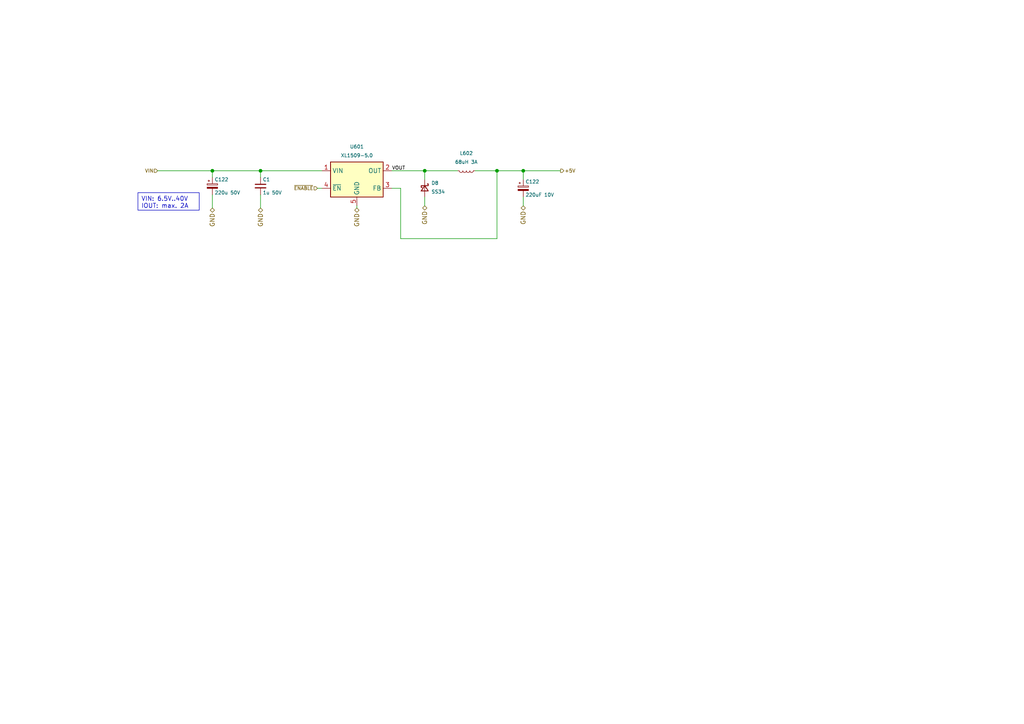
<source format=kicad_sch>
(kicad_sch (version 20230121) (generator eeschema)

  (uuid a799d373-c53b-4c9f-9e5f-6fe0971295ac)

  (paper "A4")

  (lib_symbols
    (symbol "Device:C_Polarized_Small" (pin_numbers hide) (pin_names (offset 0.254) hide) (in_bom yes) (on_board yes)
      (property "Reference" "C" (at 0.254 1.778 0)
        (effects (font (size 1.27 1.27)) (justify left))
      )
      (property "Value" "C_Polarized_Small" (at 0.254 -2.032 0)
        (effects (font (size 1.27 1.27)) (justify left))
      )
      (property "Footprint" "" (at 0 0 0)
        (effects (font (size 1.27 1.27)) hide)
      )
      (property "Datasheet" "~" (at 0 0 0)
        (effects (font (size 1.27 1.27)) hide)
      )
      (property "ki_keywords" "cap capacitor" (at 0 0 0)
        (effects (font (size 1.27 1.27)) hide)
      )
      (property "ki_description" "Polarized capacitor, small symbol" (at 0 0 0)
        (effects (font (size 1.27 1.27)) hide)
      )
      (property "ki_fp_filters" "CP_*" (at 0 0 0)
        (effects (font (size 1.27 1.27)) hide)
      )
      (symbol "C_Polarized_Small_0_1"
        (rectangle (start -1.524 -0.3048) (end 1.524 -0.6858)
          (stroke (width 0) (type default))
          (fill (type outline))
        )
        (rectangle (start -1.524 0.6858) (end 1.524 0.3048)
          (stroke (width 0) (type default))
          (fill (type none))
        )
        (polyline
          (pts
            (xy -1.27 1.524)
            (xy -0.762 1.524)
          )
          (stroke (width 0) (type default))
          (fill (type none))
        )
        (polyline
          (pts
            (xy -1.016 1.27)
            (xy -1.016 1.778)
          )
          (stroke (width 0) (type default))
          (fill (type none))
        )
      )
      (symbol "C_Polarized_Small_1_1"
        (pin passive line (at 0 2.54 270) (length 1.8542)
          (name "~" (effects (font (size 1.27 1.27))))
          (number "1" (effects (font (size 1.27 1.27))))
        )
        (pin passive line (at 0 -2.54 90) (length 1.8542)
          (name "~" (effects (font (size 1.27 1.27))))
          (number "2" (effects (font (size 1.27 1.27))))
        )
      )
    )
    (symbol "Device:C_Small" (pin_numbers hide) (pin_names (offset 0.254) hide) (in_bom yes) (on_board yes)
      (property "Reference" "C" (at 0.254 1.778 0)
        (effects (font (size 1.27 1.27)) (justify left))
      )
      (property "Value" "C_Small" (at 0.254 -2.032 0)
        (effects (font (size 1.27 1.27)) (justify left))
      )
      (property "Footprint" "" (at 0 0 0)
        (effects (font (size 1.27 1.27)) hide)
      )
      (property "Datasheet" "~" (at 0 0 0)
        (effects (font (size 1.27 1.27)) hide)
      )
      (property "ki_keywords" "capacitor cap" (at 0 0 0)
        (effects (font (size 1.27 1.27)) hide)
      )
      (property "ki_description" "Unpolarized capacitor, small symbol" (at 0 0 0)
        (effects (font (size 1.27 1.27)) hide)
      )
      (property "ki_fp_filters" "C_*" (at 0 0 0)
        (effects (font (size 1.27 1.27)) hide)
      )
      (symbol "C_Small_0_1"
        (polyline
          (pts
            (xy -1.524 -0.508)
            (xy 1.524 -0.508)
          )
          (stroke (width 0.3302) (type default))
          (fill (type none))
        )
        (polyline
          (pts
            (xy -1.524 0.508)
            (xy 1.524 0.508)
          )
          (stroke (width 0.3048) (type default))
          (fill (type none))
        )
      )
      (symbol "C_Small_1_1"
        (pin passive line (at 0 2.54 270) (length 2.032)
          (name "~" (effects (font (size 1.27 1.27))))
          (number "1" (effects (font (size 1.27 1.27))))
        )
        (pin passive line (at 0 -2.54 90) (length 2.032)
          (name "~" (effects (font (size 1.27 1.27))))
          (number "2" (effects (font (size 1.27 1.27))))
        )
      )
    )
    (symbol "Device:D_Schottky_Small" (pin_numbers hide) (pin_names (offset 0.254) hide) (in_bom yes) (on_board yes)
      (property "Reference" "D" (at -1.27 2.032 0)
        (effects (font (size 1.27 1.27)) (justify left))
      )
      (property "Value" "D_Schottky_Small" (at -7.112 -2.032 0)
        (effects (font (size 1.27 1.27)) (justify left))
      )
      (property "Footprint" "" (at 0 0 90)
        (effects (font (size 1.27 1.27)) hide)
      )
      (property "Datasheet" "~" (at 0 0 90)
        (effects (font (size 1.27 1.27)) hide)
      )
      (property "ki_keywords" "diode Schottky" (at 0 0 0)
        (effects (font (size 1.27 1.27)) hide)
      )
      (property "ki_description" "Schottky diode, small symbol" (at 0 0 0)
        (effects (font (size 1.27 1.27)) hide)
      )
      (property "ki_fp_filters" "TO-???* *_Diode_* *SingleDiode* D_*" (at 0 0 0)
        (effects (font (size 1.27 1.27)) hide)
      )
      (symbol "D_Schottky_Small_0_1"
        (polyline
          (pts
            (xy -0.762 0)
            (xy 0.762 0)
          )
          (stroke (width 0) (type default))
          (fill (type none))
        )
        (polyline
          (pts
            (xy 0.762 -1.016)
            (xy -0.762 0)
            (xy 0.762 1.016)
            (xy 0.762 -1.016)
          )
          (stroke (width 0.254) (type default))
          (fill (type none))
        )
        (polyline
          (pts
            (xy -1.27 0.762)
            (xy -1.27 1.016)
            (xy -0.762 1.016)
            (xy -0.762 -1.016)
            (xy -0.254 -1.016)
            (xy -0.254 -0.762)
          )
          (stroke (width 0.254) (type default))
          (fill (type none))
        )
      )
      (symbol "D_Schottky_Small_1_1"
        (pin passive line (at -2.54 0 0) (length 1.778)
          (name "K" (effects (font (size 1.27 1.27))))
          (number "1" (effects (font (size 1.27 1.27))))
        )
        (pin passive line (at 2.54 0 180) (length 1.778)
          (name "A" (effects (font (size 1.27 1.27))))
          (number "2" (effects (font (size 1.27 1.27))))
        )
      )
    )
    (symbol "Device:L_Small" (pin_numbers hide) (pin_names (offset 0.254) hide) (in_bom yes) (on_board yes)
      (property "Reference" "L" (at 0.762 1.016 0)
        (effects (font (size 1.27 1.27)) (justify left))
      )
      (property "Value" "L_Small" (at 0.762 -1.016 0)
        (effects (font (size 1.27 1.27)) (justify left))
      )
      (property "Footprint" "" (at 0 0 0)
        (effects (font (size 1.27 1.27)) hide)
      )
      (property "Datasheet" "~" (at 0 0 0)
        (effects (font (size 1.27 1.27)) hide)
      )
      (property "ki_keywords" "inductor choke coil reactor magnetic" (at 0 0 0)
        (effects (font (size 1.27 1.27)) hide)
      )
      (property "ki_description" "Inductor, small symbol" (at 0 0 0)
        (effects (font (size 1.27 1.27)) hide)
      )
      (property "ki_fp_filters" "Choke_* *Coil* Inductor_* L_*" (at 0 0 0)
        (effects (font (size 1.27 1.27)) hide)
      )
      (symbol "L_Small_0_1"
        (arc (start 0 -2.032) (mid 0.5058 -1.524) (end 0 -1.016)
          (stroke (width 0) (type default))
          (fill (type none))
        )
        (arc (start 0 -1.016) (mid 0.5058 -0.508) (end 0 0)
          (stroke (width 0) (type default))
          (fill (type none))
        )
        (arc (start 0 0) (mid 0.5058 0.508) (end 0 1.016)
          (stroke (width 0) (type default))
          (fill (type none))
        )
        (arc (start 0 1.016) (mid 0.5058 1.524) (end 0 2.032)
          (stroke (width 0) (type default))
          (fill (type none))
        )
      )
      (symbol "L_Small_1_1"
        (pin passive line (at 0 2.54 270) (length 0.508)
          (name "~" (effects (font (size 1.27 1.27))))
          (number "1" (effects (font (size 1.27 1.27))))
        )
        (pin passive line (at 0 -2.54 90) (length 0.508)
          (name "~" (effects (font (size 1.27 1.27))))
          (number "2" (effects (font (size 1.27 1.27))))
        )
      )
    )
    (symbol "Regulator_Switching:XL1509-5.0" (in_bom yes) (on_board yes)
      (property "Reference" "U" (at -7.112 6.096 0)
        (effects (font (size 1.27 1.27)))
      )
      (property "Value" "XL1509-5.0" (at 5.842 6.096 0)
        (effects (font (size 1.27 1.27)))
      )
      (property "Footprint" "Package_SO:SOIC-8_3.9x4.9mm_P1.27mm" (at 0 8.382 0)
        (effects (font (size 1.27 1.27)) hide)
      )
      (property "Datasheet" "https://datasheet.lcsc.com/lcsc/1809050422_XLSEMI-XL1509-5-0E1_C61063.pdf" (at 2.54 10.668 0)
        (effects (font (size 1.27 1.27)) hide)
      )
      (property "ki_keywords" "Buck DC/DC Converter" (at 0 0 0)
        (effects (font (size 1.27 1.27)) hide)
      )
      (property "ki_description" "Buck DC/DC Converter, 2A, 5V Output Voltage, 7-40V Input Voltage" (at 0 0 0)
        (effects (font (size 1.27 1.27)) hide)
      )
      (property "ki_fp_filters" "SOIC*3.9x4.9mm*P1.27mm*" (at 0 0 0)
        (effects (font (size 1.27 1.27)) hide)
      )
      (symbol "XL1509-5.0_0_1"
        (rectangle (start -7.62 5.08) (end 7.62 -5.08)
          (stroke (width 0.254) (type default))
          (fill (type background))
        )
      )
      (symbol "XL1509-5.0_1_1"
        (pin power_in line (at -10.16 2.54 0) (length 2.54)
          (name "VIN" (effects (font (size 1.27 1.27))))
          (number "1" (effects (font (size 1.27 1.27))))
        )
        (pin power_out line (at 10.16 2.54 180) (length 2.54)
          (name "OUT" (effects (font (size 1.27 1.27))))
          (number "2" (effects (font (size 1.27 1.27))))
        )
        (pin input line (at 10.16 -2.54 180) (length 2.54)
          (name "FB" (effects (font (size 1.27 1.27))))
          (number "3" (effects (font (size 1.27 1.27))))
        )
        (pin input line (at -10.16 -2.54 0) (length 2.54)
          (name "~{EN}" (effects (font (size 1.27 1.27))))
          (number "4" (effects (font (size 1.27 1.27))))
        )
        (pin power_in line (at 0 -7.62 90) (length 2.54)
          (name "GND" (effects (font (size 1.27 1.27))))
          (number "5" (effects (font (size 1.27 1.27))))
        )
        (pin passive line (at 0 -7.62 90) (length 2.54) hide
          (name "GND" (effects (font (size 1.27 1.27))))
          (number "6" (effects (font (size 1.27 1.27))))
        )
        (pin passive line (at 0 -7.62 90) (length 2.54) hide
          (name "GND" (effects (font (size 1.27 1.27))))
          (number "7" (effects (font (size 1.27 1.27))))
        )
        (pin passive line (at 0 -7.62 90) (length 2.54) hide
          (name "GND" (effects (font (size 1.27 1.27))))
          (number "8" (effects (font (size 1.27 1.27))))
        )
      )
    )
  )

  (junction (at 144.145 49.53) (diameter 0) (color 0 0 0 0)
    (uuid 1862efd7-1477-4e98-9286-d3cd8a056a83)
  )
  (junction (at 75.565 49.53) (diameter 0) (color 0 0 0 0)
    (uuid 516138c6-9099-4ef0-827c-379958d158ec)
  )
  (junction (at 123.19 49.53) (diameter 0) (color 0 0 0 0)
    (uuid 7f724bab-c882-408a-8110-1ce83f67a5c4)
  )
  (junction (at 151.765 49.53) (diameter 0) (color 0 0 0 0)
    (uuid ae90b2cf-1d16-401f-8bb7-9b50ee267fb3)
  )
  (junction (at 61.595 49.53) (diameter 0) (color 0 0 0 0)
    (uuid da3a701c-91a2-4e92-a224-143dd6c58c55)
  )

  (wire (pts (xy 123.19 49.53) (xy 123.19 52.07))
    (stroke (width 0) (type default))
    (uuid 0cf5391d-0f7c-4f1e-8d72-458d9f273d68)
  )
  (wire (pts (xy 116.205 54.61) (xy 113.665 54.61))
    (stroke (width 0) (type default))
    (uuid 186016e6-865d-41f6-b6a6-716a5537c3f2)
  )
  (wire (pts (xy 75.565 51.435) (xy 75.565 49.53))
    (stroke (width 0) (type default))
    (uuid 224f6f29-23a1-4746-9ba2-72d1add8bd06)
  )
  (wire (pts (xy 113.665 49.53) (xy 123.19 49.53))
    (stroke (width 0) (type default))
    (uuid 49884a43-1430-4db1-8131-1374fca90e66)
  )
  (wire (pts (xy 103.505 60.325) (xy 103.505 59.69))
    (stroke (width 0) (type default))
    (uuid 4d7aa5db-6edc-4549-aa6a-3b0da8dd4532)
  )
  (wire (pts (xy 75.565 56.515) (xy 75.565 60.325))
    (stroke (width 0) (type default))
    (uuid 506b6b86-bfe7-4f1c-849b-1d96c82df685)
  )
  (wire (pts (xy 144.145 49.53) (xy 144.145 69.215))
    (stroke (width 0) (type default))
    (uuid 5b5e22a8-17cf-43a0-b05b-231e088151aa)
  )
  (wire (pts (xy 137.795 49.53) (xy 144.145 49.53))
    (stroke (width 0) (type default))
    (uuid 5d387937-8d5a-4f84-aba0-7b5de5295309)
  )
  (wire (pts (xy 123.19 49.53) (xy 132.715 49.53))
    (stroke (width 0) (type default))
    (uuid 5d465c8e-b015-4e03-a331-49daf40ea4a1)
  )
  (wire (pts (xy 116.205 69.215) (xy 116.205 54.61))
    (stroke (width 0) (type default))
    (uuid 5e284433-0522-41ca-9e78-e3cdec805549)
  )
  (wire (pts (xy 61.595 49.53) (xy 75.565 49.53))
    (stroke (width 0) (type default))
    (uuid 63d0f38d-b2f1-4d4c-9df8-1ba683dc27ea)
  )
  (wire (pts (xy 151.765 52.07) (xy 151.765 49.53))
    (stroke (width 0) (type default))
    (uuid 83eb0063-58dc-400f-8cde-5926007807c8)
  )
  (wire (pts (xy 144.145 69.215) (xy 116.205 69.215))
    (stroke (width 0) (type default))
    (uuid 85adcfe6-dd21-49d2-9878-b6044b768c86)
  )
  (wire (pts (xy 144.145 49.53) (xy 151.765 49.53))
    (stroke (width 0) (type default))
    (uuid 8c961bd0-d2ef-4662-8083-3f3f572c568b)
  )
  (wire (pts (xy 151.765 49.53) (xy 162.56 49.53))
    (stroke (width 0) (type default))
    (uuid a88f13c4-81b2-4454-8805-d25194ba585d)
  )
  (wire (pts (xy 61.595 56.515) (xy 61.595 60.325))
    (stroke (width 0) (type default))
    (uuid b5248264-4e6d-4cb3-b29c-017fc810e225)
  )
  (wire (pts (xy 123.19 57.15) (xy 123.19 59.69))
    (stroke (width 0) (type default))
    (uuid b7440d47-e82b-40f2-9286-8a97659a6e21)
  )
  (wire (pts (xy 45.72 49.53) (xy 61.595 49.53))
    (stroke (width 0) (type default))
    (uuid bea1bc83-0d40-4192-a12c-031dd6110336)
  )
  (wire (pts (xy 151.765 57.15) (xy 151.765 59.69))
    (stroke (width 0) (type default))
    (uuid d8683182-c4ea-4dbc-b595-a3a13b00251f)
  )
  (wire (pts (xy 92.075 54.61) (xy 93.345 54.61))
    (stroke (width 0) (type default))
    (uuid da4b9819-531e-4167-832e-29f36ded36a0)
  )
  (wire (pts (xy 75.565 49.53) (xy 93.345 49.53))
    (stroke (width 0) (type default))
    (uuid f9b386bb-ddec-4544-8531-0d1d71bb6571)
  )
  (wire (pts (xy 61.595 49.53) (xy 61.595 51.435))
    (stroke (width 0) (type default))
    (uuid fb764943-179b-4df4-95db-ea2612f12a62)
  )

  (text_box "VIN: 6.5V..40V\nIOUT: max. 2A"
    (at 40.005 55.88 0) (size 17.78 5.08)
    (stroke (width 0) (type default))
    (fill (type none))
    (effects (font (size 1.27 1.27)) (justify left top))
    (uuid dfd38a19-5fe6-4b7b-bfe3-2392a1e88512)
  )

  (label "VOUT" (at 113.665 49.53 0) (fields_autoplaced)
    (effects (font (size 1 1)) (justify left bottom))
    (uuid 678e1dba-b1c9-44b6-9816-8b99751eb898)
  )

  (hierarchical_label "GND" (shape bidirectional) (at 123.19 59.69 270) (fields_autoplaced)
    (effects (font (size 1.27 1.27)) (justify right))
    (uuid 0f306f80-c574-493b-b5a4-0bfccf56fa4f)
  )
  (hierarchical_label "~{ENABLE}" (shape input) (at 92.075 54.61 180) (fields_autoplaced)
    (effects (font (size 1 1)) (justify right))
    (uuid 13488fae-5fb3-4c6d-900e-a33538251e46)
  )
  (hierarchical_label "GND" (shape bidirectional) (at 61.595 60.325 270) (fields_autoplaced)
    (effects (font (size 1.27 1.27)) (justify right))
    (uuid 32bd8b33-a768-4b7e-a621-1e02b8363717)
  )
  (hierarchical_label "GND" (shape bidirectional) (at 75.565 60.325 270) (fields_autoplaced)
    (effects (font (size 1.27 1.27)) (justify right))
    (uuid 8aaa90fd-1f0a-4190-ad68-a81e575d73d0)
  )
  (hierarchical_label "GND" (shape bidirectional) (at 103.505 60.325 270) (fields_autoplaced)
    (effects (font (size 1.27 1.27)) (justify right))
    (uuid 941e9342-811e-4765-9e47-30478e88e70c)
  )
  (hierarchical_label "VIN" (shape input) (at 45.72 49.53 180) (fields_autoplaced)
    (effects (font (size 1 1)) (justify right))
    (uuid a28723e8-90a8-48ec-adb2-ce2888213121)
  )
  (hierarchical_label "+5V" (shape output) (at 162.56 49.53 0) (fields_autoplaced)
    (effects (font (size 1 1)) (justify left))
    (uuid c7ce7b56-6d93-4da6-ac10-14acd2d8fd48)
  )
  (hierarchical_label "GND" (shape bidirectional) (at 151.765 59.69 270) (fields_autoplaced)
    (effects (font (size 1.27 1.27)) (justify right))
    (uuid d996e08d-4624-4833-8c42-a4fdf28c4586)
  )

  (symbol (lib_id "Device:D_Schottky_Small") (at 123.19 54.61 270) (unit 1)
    (in_bom yes) (on_board yes) (dnp no) (fields_autoplaced)
    (uuid 038a7cbc-3700-4b7c-bf05-e3d78fcc1914)
    (property "Reference" "D8" (at 125.095 53.086 90)
      (effects (font (size 1 1)) (justify left))
    )
    (property "Value" "SS34" (at 125.095 55.626 90)
      (effects (font (size 1 1)) (justify left))
    )
    (property "Footprint" "Diode_SMD:D_SMA" (at 123.19 54.61 90)
      (effects (font (size 1.27 1.27)) hide)
    )
    (property "Datasheet" "https://datasheet.lcsc.com/lcsc/2303141100_MDD-Microdiode-Electronics--SS34_C8678.pdf" (at 123.19 54.61 90)
      (effects (font (size 1.27 1.27)) hide)
    )
    (property "Description" "40V Single 3A 0.55V@3A SMA(DO-214AC)  Schottky Barrier Diodes (SBD) ROHS" (at 123.19 54.61 0)
      (effects (font (size 1.27 1.27)) hide)
    )
    (property "Manufacturer" "MDD" (at 123.19 54.61 0)
      (effects (font (size 1.27 1.27)) hide)
    )
    (property "Partnumber" "SS34" (at 123.19 54.61 0)
      (effects (font (size 1.27 1.27)) hide)
    )
    (property "JLCPCB Part #" "C8678" (at 123.19 54.61 0)
      (effects (font (size 1.27 1.27)) hide)
    )
    (property "isBasicPart" "YES" (at 123.19 54.61 0)
      (effects (font (size 1.27 1.27)) hide)
    )
    (pin "1" (uuid 8bf8f9ee-a241-4f4a-b8ae-78151af863ba))
    (pin "2" (uuid d3be89df-71b6-4117-975e-5bd5189f997e))
    (instances
      (project "stm32f1_nano"
        (path "/0d35483a-0b12-46cc-b9f2-896fd6831779"
          (reference "D8") (unit 1)
        )
      )
      (project "stm32f407vg"
        (path "/2d452db2-a0cd-4a57-9497-df1dd0591a30/50c2bb91-d0dc-4111-959e-b2cc7ea59413"
          (reference "D603") (unit 1)
        )
      )
      (project "PWR-5V"
        (path "/9a9902e0-e14e-4c77-bfa2-5f8fac735ae3"
          (reference "D8") (unit 1)
        )
      )
      (project "stm32f4_uno"
        (path "/e63e39d7-6ac0-4ffd-8aa3-1841a4541b55/c71f752d-6d24-44fb-bd6d-69f95efd2cf1"
          (reference "D501") (unit 1)
        )
      )
    )
  )

  (symbol (lib_id "Device:L_Small") (at 135.255 49.53 270) (unit 1)
    (in_bom yes) (on_board yes) (dnp no) (fields_autoplaced)
    (uuid 045c3c69-6dab-4f18-af34-554be960b846)
    (property "Reference" "L602" (at 135.255 44.45 90)
      (effects (font (size 1 1)))
    )
    (property "Value" "68uH 3A" (at 135.255 46.99 90)
      (effects (font (size 1 1)))
    )
    (property "Footprint" "Inductor_SMD:L_Chilisin_BMRG00101030" (at 135.255 49.53 0)
      (effects (font (size 1.27 1.27)) hide)
    )
    (property "Datasheet" "https://datasheet.lcsc.com/lcsc/2003172239_YJYCOIN-YSPI1050-680M_C497902.pdf" (at 135.255 49.53 0)
      (effects (font (size 1.27 1.27)) hide)
    )
    (property "Description" "3A 68uH ±20% -  Power Inductors ROHS" (at 135.255 49.53 0)
      (effects (font (size 1.27 1.27)) hide)
    )
    (property "Manufacturer" "YJYCOIN" (at 135.255 49.53 0)
      (effects (font (size 1.27 1.27)) hide)
    )
    (property "Partnumber" "YSPI1050-680M" (at 135.255 49.53 0)
      (effects (font (size 1.27 1.27)) hide)
    )
    (property "JLCPCB Part #" "C497902" (at 135.255 49.53 0)
      (effects (font (size 1.27 1.27)) hide)
    )
    (property "isBasicPart" "NO" (at 135.255 49.53 0)
      (effects (font (size 1.27 1.27)) hide)
    )
    (pin "1" (uuid 443ed168-57ec-49bc-9bfe-90cd3f2cd2cb))
    (pin "2" (uuid 72d6041c-d38a-434c-969d-3ef411cdf231))
    (instances
      (project "stm32f407vg"
        (path "/2d452db2-a0cd-4a57-9497-df1dd0591a30/50c2bb91-d0dc-4111-959e-b2cc7ea59413"
          (reference "L602") (unit 1)
        )
      )
      (project "PWR-5V"
        (path "/9a9902e0-e14e-4c77-bfa2-5f8fac735ae3"
          (reference "L602") (unit 1)
        )
      )
      (project "stm32f4_uno"
        (path "/e63e39d7-6ac0-4ffd-8aa3-1841a4541b55/c71f752d-6d24-44fb-bd6d-69f95efd2cf1"
          (reference "L501") (unit 1)
        )
      )
    )
  )

  (symbol (lib_id "Regulator_Switching:XL1509-5.0") (at 103.505 52.07 0) (unit 1)
    (in_bom yes) (on_board yes) (dnp no) (fields_autoplaced)
    (uuid 11b0ef36-21d4-4f40-9c84-fa4e28729d8e)
    (property "Reference" "U601" (at 103.505 42.545 0)
      (effects (font (size 1 1)))
    )
    (property "Value" "XL1509-5.0" (at 103.505 45.085 0)
      (effects (font (size 1 1)))
    )
    (property "Footprint" "Package_SO:SOIC-8_3.9x4.9mm_P1.27mm" (at 103.505 43.688 0)
      (effects (font (size 1.27 1.27)) hide)
    )
    (property "Datasheet" "https://datasheet.lcsc.com/lcsc/1809050422_XLSEMI-XL1509-5-0E1_C61063.pdf" (at 106.045 41.402 0)
      (effects (font (size 1.27 1.27)) hide)
    )
    (property "Description" "Step-down type SOIC-8 DC-DC Converters ROHS" (at 103.505 52.07 0)
      (effects (font (size 1.27 1.27)) hide)
    )
    (property "Manufacturer" "XLSEMI" (at 103.505 52.07 0)
      (effects (font (size 1.27 1.27)) hide)
    )
    (property "Partnumber" "XL1509-5.0E1" (at 103.505 52.07 0)
      (effects (font (size 1.27 1.27)) hide)
    )
    (property "JLCPCB Part #" "C61063" (at 103.505 52.07 0)
      (effects (font (size 1.27 1.27)) hide)
    )
    (property "Manufacturer_Name" "XLSEMI" (at 103.505 52.07 0)
      (effects (font (size 1.27 1.27)) hide)
    )
    (property "Manufacturer_Part_Number" "XL1509-5.0E1" (at 103.505 52.07 0)
      (effects (font (size 1.27 1.27)) hide)
    )
    (property "isBasicPart" "YES" (at 103.505 52.07 0)
      (effects (font (size 1.27 1.27)) hide)
    )
    (pin "1" (uuid 5fdca4f8-cee2-4d19-9ce8-634f748abde2))
    (pin "2" (uuid 9f69c4f0-40ec-49dd-9e75-6cf14de399ce))
    (pin "3" (uuid 7a008659-97ef-4b03-83fe-84be3bc8b2dd))
    (pin "4" (uuid 45c4dd4e-7181-41e3-9022-2b1f44bb80ca))
    (pin "5" (uuid 8271724d-657e-4887-bd32-23caf2b1bdf4))
    (pin "6" (uuid 9265e491-482b-480f-85d3-5f624680c447))
    (pin "7" (uuid d8173359-7590-406f-9eff-f84e0ba60288))
    (pin "8" (uuid 66a4517c-c788-43c3-a8bc-8f172e03cbb7))
    (instances
      (project "stm32f407vg"
        (path "/2d452db2-a0cd-4a57-9497-df1dd0591a30/50c2bb91-d0dc-4111-959e-b2cc7ea59413"
          (reference "U601") (unit 1)
        )
      )
      (project "PWR-5V"
        (path "/9a9902e0-e14e-4c77-bfa2-5f8fac735ae3"
          (reference "U601") (unit 1)
        )
      )
      (project "stm32f4_uno"
        (path "/e63e39d7-6ac0-4ffd-8aa3-1841a4541b55/c71f752d-6d24-44fb-bd6d-69f95efd2cf1"
          (reference "U501") (unit 1)
        )
      )
    )
  )

  (symbol (lib_id "Device:C_Small") (at 75.565 53.975 0) (unit 1)
    (in_bom yes) (on_board yes) (dnp no)
    (uuid 6c5e0b1e-2c46-4382-812a-2cba9ceece0a)
    (property "Reference" "C1" (at 76.2 52.07 0)
      (effects (font (size 1 1)) (justify left))
    )
    (property "Value" "1u 50V" (at 76.2 55.88 0)
      (effects (font (size 1 1)) (justify left))
    )
    (property "Footprint" "Capacitor_SMD:C_0805_2012Metric" (at 75.565 53.975 0)
      (effects (font (size 1.27 1.27)) hide)
    )
    (property "Datasheet" "~" (at 75.565 53.975 0)
      (effects (font (size 1.27 1.27)) hide)
    )
    (property "Description" "50V 1uF X7R ±10% 0805  Multilayer Ceramic Capacitors MLCC - SMD/SMT ROHS" (at 75.565 53.975 0)
      (effects (font (size 1.27 1.27)) hide)
    )
    (property "JLCPCB Part #" "C28323" (at 75.565 53.975 0)
      (effects (font (size 1.27 1.27)) hide)
    )
    (property "Manufacturer" "Samsung Electro-Mechanics" (at 75.565 53.975 0)
      (effects (font (size 1.27 1.27)) hide)
    )
    (property "Manufacturer_Name" "Samsung Electro-Mechanics" (at 75.565 53.975 0)
      (effects (font (size 1.27 1.27)) hide)
    )
    (property "Partnumber" "CL21B105KBFNNNE" (at 75.565 53.975 0)
      (effects (font (size 1.27 1.27)) hide)
    )
    (property "Manufacturer_Part_Number" "CL21B105KBFNNNE" (at 75.565 53.975 0)
      (effects (font (size 1.27 1.27)) hide)
    )
    (property "isBasicPart" "YES" (at 75.565 53.975 0)
      (effects (font (size 1.27 1.27)) hide)
    )
    (pin "1" (uuid 0196bf74-312e-4df9-aa9a-2c6707fb247d))
    (pin "2" (uuid 99ee2478-ed0d-4c19-8f76-5d409e24be2c))
    (instances
      (project "stm32f407vg"
        (path "/2d452db2-a0cd-4a57-9497-df1dd0591a30"
          (reference "C1") (unit 1)
        )
        (path "/2d452db2-a0cd-4a57-9497-df1dd0591a30/3fc0c7b9-3f68-401d-a562-a4bf607ef36a"
          (reference "C301") (unit 1)
        )
        (path "/2d452db2-a0cd-4a57-9497-df1dd0591a30/50c2bb91-d0dc-4111-959e-b2cc7ea59413"
          (reference "C601") (unit 1)
        )
      )
      (project "PWR-5V"
        (path "/9a9902e0-e14e-4c77-bfa2-5f8fac735ae3"
          (reference "C1") (unit 1)
        )
      )
      (project "stm32f4_uno"
        (path "/e63e39d7-6ac0-4ffd-8aa3-1841a4541b55/c71f752d-6d24-44fb-bd6d-69f95efd2cf1"
          (reference "C501") (unit 1)
        )
      )
    )
  )

  (symbol (lib_id "Device:C_Polarized_Small") (at 61.595 53.975 0) (unit 1)
    (in_bom yes) (on_board yes) (dnp no)
    (uuid 91a0b5d0-bf57-46d9-bef1-48ff6a6c8b35)
    (property "Reference" "C122" (at 62.23 52.07 0)
      (effects (font (size 1 1)) (justify left))
    )
    (property "Value" "220u 50V" (at 62.23 55.88 0)
      (effects (font (size 1 1)) (justify left))
    )
    (property "Footprint" "Capacitor_SMD:CP_Elec_10x10" (at 61.595 53.975 0)
      (effects (font (size 1.27 1.27)) hide)
    )
    (property "Datasheet" "" (at 61.595 53.975 0)
      (effects (font (size 1.27 1.27)) hide)
    )
    (property "Description" "220uF 50V 350mA@120Hz ±20% SMD,D10xL10mm  Aluminum Electrolytic Capacitors - SMD ROHS" (at 61.595 53.975 0)
      (effects (font (size 1.27 1.27)) hide)
    )
    (property "Manufacturer" "Nichicon" (at 61.595 53.975 0)
      (effects (font (size 1.27 1.27)) hide)
    )
    (property "Partnumber" "UCD1H221MNL1GS" (at 61.595 53.975 0)
      (effects (font (size 1.27 1.27)) hide)
    )
    (property "JLCPCB Part #" "C116211" (at 61.595 53.975 0)
      (effects (font (size 1.27 1.27)) hide)
    )
    (property "isBasicPart" "NO" (at 61.595 53.975 0)
      (effects (font (size 1.27 1.27)) hide)
    )
    (pin "1" (uuid 94132210-6064-4038-9437-1243c058a807))
    (pin "2" (uuid b8a39e5b-df04-4f10-a343-6123f89a62ef))
    (instances
      (project "stm32f407vg"
        (path "/2d452db2-a0cd-4a57-9497-df1dd0591a30"
          (reference "C122") (unit 1)
        )
        (path "/2d452db2-a0cd-4a57-9497-df1dd0591a30/cb9cd892-4fab-4f54-9695-d8ba54556bb0"
          (reference "C246") (unit 1)
        )
        (path "/2d452db2-a0cd-4a57-9497-df1dd0591a30/50c2bb91-d0dc-4111-959e-b2cc7ea59413"
          (reference "C603") (unit 1)
        )
      )
      (project "PWR-5V"
        (path "/9a9902e0-e14e-4c77-bfa2-5f8fac735ae3"
          (reference "C122") (unit 1)
        )
      )
      (project "stm32f4_uno"
        (path "/e63e39d7-6ac0-4ffd-8aa3-1841a4541b55/c71f752d-6d24-44fb-bd6d-69f95efd2cf1"
          (reference "C502") (unit 1)
        )
      )
    )
  )

  (symbol (lib_id "Device:C_Polarized_Small") (at 151.765 54.61 0) (unit 1)
    (in_bom yes) (on_board yes) (dnp no)
    (uuid b4b1aec9-6aa0-4d2f-a60e-759acf09034b)
    (property "Reference" "C122" (at 152.4 52.705 0)
      (effects (font (size 1 1)) (justify left))
    )
    (property "Value" "220uF 10V" (at 152.4 56.515 0)
      (effects (font (size 1 1)) (justify left))
    )
    (property "Footprint" "Capacitor_Tantalum_SMD:CP_EIA-7343-31_Kemet-D" (at 151.765 54.61 0)
      (effects (font (size 1.27 1.27)) hide)
    )
    (property "Datasheet" "https://datasheet.lcsc.com/lcsc/2102221641_CEC-Shenzhen-Zhenhua-XinYun-Elec-PXTD010M227E040STU_C2690543.pdf" (at 151.765 54.61 0)
      (effects (font (size 1.27 1.27)) hide)
    )
    (property "Description" "220uF 10V ±20% CASE-D-7343 Tantalum Capacitors ROHS" (at 151.765 54.61 0)
      (effects (font (size 1.27 1.27)) hide)
    )
    (property "Manufacturer" "CEC(Shenzhen Zhenhua XinYun Elec)" (at 151.765 54.61 0)
      (effects (font (size 1.27 1.27)) hide)
    )
    (property "Partnumber" "PXTD010M227E040STU" (at 151.765 54.61 0)
      (effects (font (size 1.27 1.27)) hide)
    )
    (property "JLCPCB Part #" "C2690543" (at 151.765 54.61 0)
      (effects (font (size 1.27 1.27)) hide)
    )
    (property "isBasicPart" "NO" (at 151.765 54.61 0)
      (effects (font (size 1.27 1.27)) hide)
    )
    (pin "1" (uuid 0f26d8b6-1cec-45dc-b45e-ab82d2117c21))
    (pin "2" (uuid 8bff002b-ff5b-42a3-898c-33a099bffb54))
    (instances
      (project "stm32f407vg"
        (path "/2d452db2-a0cd-4a57-9497-df1dd0591a30"
          (reference "C122") (unit 1)
        )
        (path "/2d452db2-a0cd-4a57-9497-df1dd0591a30/cb9cd892-4fab-4f54-9695-d8ba54556bb0"
          (reference "C246") (unit 1)
        )
        (path "/2d452db2-a0cd-4a57-9497-df1dd0591a30/50c2bb91-d0dc-4111-959e-b2cc7ea59413"
          (reference "C602") (unit 1)
        )
      )
      (project "PWR-5V"
        (path "/9a9902e0-e14e-4c77-bfa2-5f8fac735ae3"
          (reference "C122") (unit 1)
        )
      )
      (project "stm32f4_uno"
        (path "/e63e39d7-6ac0-4ffd-8aa3-1841a4541b55/c71f752d-6d24-44fb-bd6d-69f95efd2cf1"
          (reference "C503") (unit 1)
        )
      )
    )
  )
)

</source>
